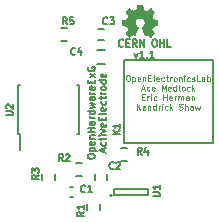
<source format=gto>
G04 #@! TF.FileFunction,Legend,Top*
%FSLAX46Y46*%
G04 Gerber Fmt 4.6, Leading zero omitted, Abs format (unit mm)*
G04 Created by KiCad (PCBNEW 4.0.1-3.201512221402+6198~38~ubuntu14.04.1-stable) date Sun Jan  3 20:07:52 2016*
%MOMM*%
G01*
G04 APERTURE LIST*
%ADD10C,0.150000*%
%ADD11C,0.100000*%
%ADD12C,0.127000*%
%ADD13C,0.002540*%
G04 APERTURE END LIST*
D10*
D11*
X102559525Y-47926190D02*
X102654763Y-47926190D01*
X102702382Y-47950000D01*
X102750001Y-47997619D01*
X102773810Y-48092857D01*
X102773810Y-48259524D01*
X102750001Y-48354762D01*
X102702382Y-48402381D01*
X102654763Y-48426190D01*
X102559525Y-48426190D01*
X102511906Y-48402381D01*
X102464287Y-48354762D01*
X102440477Y-48259524D01*
X102440477Y-48092857D01*
X102464287Y-47997619D01*
X102511906Y-47950000D01*
X102559525Y-47926190D01*
X102988097Y-48092857D02*
X102988097Y-48592857D01*
X102988097Y-48116667D02*
X103035716Y-48092857D01*
X103130954Y-48092857D01*
X103178573Y-48116667D01*
X103202382Y-48140476D01*
X103226192Y-48188095D01*
X103226192Y-48330952D01*
X103202382Y-48378571D01*
X103178573Y-48402381D01*
X103130954Y-48426190D01*
X103035716Y-48426190D01*
X102988097Y-48402381D01*
X103630954Y-48402381D02*
X103583335Y-48426190D01*
X103488097Y-48426190D01*
X103440478Y-48402381D01*
X103416668Y-48354762D01*
X103416668Y-48164286D01*
X103440478Y-48116667D01*
X103488097Y-48092857D01*
X103583335Y-48092857D01*
X103630954Y-48116667D01*
X103654763Y-48164286D01*
X103654763Y-48211905D01*
X103416668Y-48259524D01*
X103869049Y-48092857D02*
X103869049Y-48426190D01*
X103869049Y-48140476D02*
X103892858Y-48116667D01*
X103940477Y-48092857D01*
X104011906Y-48092857D01*
X104059525Y-48116667D01*
X104083334Y-48164286D01*
X104083334Y-48426190D01*
X104321430Y-48164286D02*
X104488096Y-48164286D01*
X104559525Y-48426190D02*
X104321430Y-48426190D01*
X104321430Y-47926190D01*
X104559525Y-47926190D01*
X104845239Y-48426190D02*
X104797620Y-48402381D01*
X104773811Y-48354762D01*
X104773811Y-47926190D01*
X105226192Y-48402381D02*
X105178573Y-48426190D01*
X105083335Y-48426190D01*
X105035716Y-48402381D01*
X105011906Y-48354762D01*
X105011906Y-48164286D01*
X105035716Y-48116667D01*
X105083335Y-48092857D01*
X105178573Y-48092857D01*
X105226192Y-48116667D01*
X105250001Y-48164286D01*
X105250001Y-48211905D01*
X105011906Y-48259524D01*
X105678572Y-48402381D02*
X105630953Y-48426190D01*
X105535715Y-48426190D01*
X105488096Y-48402381D01*
X105464287Y-48378571D01*
X105440477Y-48330952D01*
X105440477Y-48188095D01*
X105464287Y-48140476D01*
X105488096Y-48116667D01*
X105535715Y-48092857D01*
X105630953Y-48092857D01*
X105678572Y-48116667D01*
X105821429Y-48092857D02*
X106011905Y-48092857D01*
X105892858Y-47926190D02*
X105892858Y-48354762D01*
X105916667Y-48402381D01*
X105964286Y-48426190D01*
X106011905Y-48426190D01*
X106178572Y-48426190D02*
X106178572Y-48092857D01*
X106178572Y-48188095D02*
X106202381Y-48140476D01*
X106226191Y-48116667D01*
X106273810Y-48092857D01*
X106321429Y-48092857D01*
X106559524Y-48426190D02*
X106511905Y-48402381D01*
X106488096Y-48378571D01*
X106464286Y-48330952D01*
X106464286Y-48188095D01*
X106488096Y-48140476D01*
X106511905Y-48116667D01*
X106559524Y-48092857D01*
X106630953Y-48092857D01*
X106678572Y-48116667D01*
X106702381Y-48140476D01*
X106726191Y-48188095D01*
X106726191Y-48330952D01*
X106702381Y-48378571D01*
X106678572Y-48402381D01*
X106630953Y-48426190D01*
X106559524Y-48426190D01*
X106940477Y-48092857D02*
X106940477Y-48426190D01*
X106940477Y-48140476D02*
X106964286Y-48116667D01*
X107011905Y-48092857D01*
X107083334Y-48092857D01*
X107130953Y-48116667D01*
X107154762Y-48164286D01*
X107154762Y-48426190D01*
X107392858Y-48426190D02*
X107392858Y-48092857D01*
X107392858Y-47926190D02*
X107369048Y-47950000D01*
X107392858Y-47973810D01*
X107416667Y-47950000D01*
X107392858Y-47926190D01*
X107392858Y-47973810D01*
X107845238Y-48402381D02*
X107797619Y-48426190D01*
X107702381Y-48426190D01*
X107654762Y-48402381D01*
X107630953Y-48378571D01*
X107607143Y-48330952D01*
X107607143Y-48188095D01*
X107630953Y-48140476D01*
X107654762Y-48116667D01*
X107702381Y-48092857D01*
X107797619Y-48092857D01*
X107845238Y-48116667D01*
X108035714Y-48402381D02*
X108083333Y-48426190D01*
X108178571Y-48426190D01*
X108226190Y-48402381D01*
X108250000Y-48354762D01*
X108250000Y-48330952D01*
X108226190Y-48283333D01*
X108178571Y-48259524D01*
X108107143Y-48259524D01*
X108059524Y-48235714D01*
X108035714Y-48188095D01*
X108035714Y-48164286D01*
X108059524Y-48116667D01*
X108107143Y-48092857D01*
X108178571Y-48092857D01*
X108226190Y-48116667D01*
X108702381Y-48426190D02*
X108464286Y-48426190D01*
X108464286Y-47926190D01*
X109083333Y-48426190D02*
X109083333Y-48164286D01*
X109059524Y-48116667D01*
X109011905Y-48092857D01*
X108916667Y-48092857D01*
X108869048Y-48116667D01*
X109083333Y-48402381D02*
X109035714Y-48426190D01*
X108916667Y-48426190D01*
X108869048Y-48402381D01*
X108845238Y-48354762D01*
X108845238Y-48307143D01*
X108869048Y-48259524D01*
X108916667Y-48235714D01*
X109035714Y-48235714D01*
X109083333Y-48211905D01*
X109321429Y-48426190D02*
X109321429Y-47926190D01*
X109321429Y-48116667D02*
X109369048Y-48092857D01*
X109464286Y-48092857D01*
X109511905Y-48116667D01*
X109535714Y-48140476D01*
X109559524Y-48188095D01*
X109559524Y-48330952D01*
X109535714Y-48378571D01*
X109511905Y-48402381D01*
X109464286Y-48426190D01*
X109369048Y-48426190D01*
X109321429Y-48402381D01*
X103761906Y-49083333D02*
X104000001Y-49083333D01*
X103714287Y-49226190D02*
X103880954Y-48726190D01*
X104047620Y-49226190D01*
X104428572Y-49202381D02*
X104380953Y-49226190D01*
X104285715Y-49226190D01*
X104238096Y-49202381D01*
X104214287Y-49178571D01*
X104190477Y-49130952D01*
X104190477Y-48988095D01*
X104214287Y-48940476D01*
X104238096Y-48916667D01*
X104285715Y-48892857D01*
X104380953Y-48892857D01*
X104428572Y-48916667D01*
X104833334Y-49202381D02*
X104785715Y-49226190D01*
X104690477Y-49226190D01*
X104642858Y-49202381D01*
X104619048Y-49154762D01*
X104619048Y-48964286D01*
X104642858Y-48916667D01*
X104690477Y-48892857D01*
X104785715Y-48892857D01*
X104833334Y-48916667D01*
X104857143Y-48964286D01*
X104857143Y-49011905D01*
X104619048Y-49059524D01*
X105452381Y-49226190D02*
X105452381Y-48726190D01*
X105619047Y-49083333D01*
X105785714Y-48726190D01*
X105785714Y-49226190D01*
X106214286Y-49202381D02*
X106166667Y-49226190D01*
X106071429Y-49226190D01*
X106023810Y-49202381D01*
X106000000Y-49154762D01*
X106000000Y-48964286D01*
X106023810Y-48916667D01*
X106071429Y-48892857D01*
X106166667Y-48892857D01*
X106214286Y-48916667D01*
X106238095Y-48964286D01*
X106238095Y-49011905D01*
X106000000Y-49059524D01*
X106666666Y-49226190D02*
X106666666Y-48726190D01*
X106666666Y-49202381D02*
X106619047Y-49226190D01*
X106523809Y-49226190D01*
X106476190Y-49202381D01*
X106452381Y-49178571D01*
X106428571Y-49130952D01*
X106428571Y-48988095D01*
X106452381Y-48940476D01*
X106476190Y-48916667D01*
X106523809Y-48892857D01*
X106619047Y-48892857D01*
X106666666Y-48916667D01*
X106976190Y-49226190D02*
X106928571Y-49202381D01*
X106904762Y-49154762D01*
X106904762Y-48726190D01*
X107238095Y-49226190D02*
X107190476Y-49202381D01*
X107166667Y-49178571D01*
X107142857Y-49130952D01*
X107142857Y-48988095D01*
X107166667Y-48940476D01*
X107190476Y-48916667D01*
X107238095Y-48892857D01*
X107309524Y-48892857D01*
X107357143Y-48916667D01*
X107380952Y-48940476D01*
X107404762Y-48988095D01*
X107404762Y-49130952D01*
X107380952Y-49178571D01*
X107357143Y-49202381D01*
X107309524Y-49226190D01*
X107238095Y-49226190D01*
X107833333Y-49202381D02*
X107785714Y-49226190D01*
X107690476Y-49226190D01*
X107642857Y-49202381D01*
X107619048Y-49178571D01*
X107595238Y-49130952D01*
X107595238Y-48988095D01*
X107619048Y-48940476D01*
X107642857Y-48916667D01*
X107690476Y-48892857D01*
X107785714Y-48892857D01*
X107833333Y-48916667D01*
X108047619Y-49226190D02*
X108047619Y-48726190D01*
X108095238Y-49035714D02*
X108238095Y-49226190D01*
X108238095Y-48892857D02*
X108047619Y-49083333D01*
X103797620Y-49764286D02*
X103964286Y-49764286D01*
X104035715Y-50026190D02*
X103797620Y-50026190D01*
X103797620Y-49526190D01*
X104035715Y-49526190D01*
X104250001Y-50026190D02*
X104250001Y-49692857D01*
X104250001Y-49788095D02*
X104273810Y-49740476D01*
X104297620Y-49716667D01*
X104345239Y-49692857D01*
X104392858Y-49692857D01*
X104559525Y-50026190D02*
X104559525Y-49692857D01*
X104559525Y-49526190D02*
X104535715Y-49550000D01*
X104559525Y-49573810D01*
X104583334Y-49550000D01*
X104559525Y-49526190D01*
X104559525Y-49573810D01*
X105011905Y-50002381D02*
X104964286Y-50026190D01*
X104869048Y-50026190D01*
X104821429Y-50002381D01*
X104797620Y-49978571D01*
X104773810Y-49930952D01*
X104773810Y-49788095D01*
X104797620Y-49740476D01*
X104821429Y-49716667D01*
X104869048Y-49692857D01*
X104964286Y-49692857D01*
X105011905Y-49716667D01*
X105607143Y-50026190D02*
X105607143Y-49526190D01*
X105607143Y-49764286D02*
X105892857Y-49764286D01*
X105892857Y-50026190D02*
X105892857Y-49526190D01*
X106321429Y-50002381D02*
X106273810Y-50026190D01*
X106178572Y-50026190D01*
X106130953Y-50002381D01*
X106107143Y-49954762D01*
X106107143Y-49764286D01*
X106130953Y-49716667D01*
X106178572Y-49692857D01*
X106273810Y-49692857D01*
X106321429Y-49716667D01*
X106345238Y-49764286D01*
X106345238Y-49811905D01*
X106107143Y-49859524D01*
X106559524Y-50026190D02*
X106559524Y-49692857D01*
X106559524Y-49788095D02*
X106583333Y-49740476D01*
X106607143Y-49716667D01*
X106654762Y-49692857D01*
X106702381Y-49692857D01*
X106869048Y-50026190D02*
X106869048Y-49692857D01*
X106869048Y-49740476D02*
X106892857Y-49716667D01*
X106940476Y-49692857D01*
X107011905Y-49692857D01*
X107059524Y-49716667D01*
X107083333Y-49764286D01*
X107083333Y-50026190D01*
X107083333Y-49764286D02*
X107107143Y-49716667D01*
X107154762Y-49692857D01*
X107226190Y-49692857D01*
X107273810Y-49716667D01*
X107297619Y-49764286D01*
X107297619Y-50026190D01*
X107750000Y-50026190D02*
X107750000Y-49764286D01*
X107726191Y-49716667D01*
X107678572Y-49692857D01*
X107583334Y-49692857D01*
X107535715Y-49716667D01*
X107750000Y-50002381D02*
X107702381Y-50026190D01*
X107583334Y-50026190D01*
X107535715Y-50002381D01*
X107511905Y-49954762D01*
X107511905Y-49907143D01*
X107535715Y-49859524D01*
X107583334Y-49835714D01*
X107702381Y-49835714D01*
X107750000Y-49811905D01*
X107988096Y-49692857D02*
X107988096Y-50026190D01*
X107988096Y-49740476D02*
X108011905Y-49716667D01*
X108059524Y-49692857D01*
X108130953Y-49692857D01*
X108178572Y-49716667D01*
X108202381Y-49764286D01*
X108202381Y-50026190D01*
X103369049Y-50826190D02*
X103369049Y-50326190D01*
X103654763Y-50826190D02*
X103440477Y-50540476D01*
X103654763Y-50326190D02*
X103369049Y-50611905D01*
X104059525Y-50802381D02*
X104011906Y-50826190D01*
X103916668Y-50826190D01*
X103869049Y-50802381D01*
X103845239Y-50754762D01*
X103845239Y-50564286D01*
X103869049Y-50516667D01*
X103916668Y-50492857D01*
X104011906Y-50492857D01*
X104059525Y-50516667D01*
X104083334Y-50564286D01*
X104083334Y-50611905D01*
X103845239Y-50659524D01*
X104297620Y-50492857D02*
X104297620Y-50826190D01*
X104297620Y-50540476D02*
X104321429Y-50516667D01*
X104369048Y-50492857D01*
X104440477Y-50492857D01*
X104488096Y-50516667D01*
X104511905Y-50564286D01*
X104511905Y-50826190D01*
X104964286Y-50826190D02*
X104964286Y-50326190D01*
X104964286Y-50802381D02*
X104916667Y-50826190D01*
X104821429Y-50826190D01*
X104773810Y-50802381D01*
X104750001Y-50778571D01*
X104726191Y-50730952D01*
X104726191Y-50588095D01*
X104750001Y-50540476D01*
X104773810Y-50516667D01*
X104821429Y-50492857D01*
X104916667Y-50492857D01*
X104964286Y-50516667D01*
X105202382Y-50826190D02*
X105202382Y-50492857D01*
X105202382Y-50588095D02*
X105226191Y-50540476D01*
X105250001Y-50516667D01*
X105297620Y-50492857D01*
X105345239Y-50492857D01*
X105511906Y-50826190D02*
X105511906Y-50492857D01*
X105511906Y-50326190D02*
X105488096Y-50350000D01*
X105511906Y-50373810D01*
X105535715Y-50350000D01*
X105511906Y-50326190D01*
X105511906Y-50373810D01*
X105964286Y-50802381D02*
X105916667Y-50826190D01*
X105821429Y-50826190D01*
X105773810Y-50802381D01*
X105750001Y-50778571D01*
X105726191Y-50730952D01*
X105726191Y-50588095D01*
X105750001Y-50540476D01*
X105773810Y-50516667D01*
X105821429Y-50492857D01*
X105916667Y-50492857D01*
X105964286Y-50516667D01*
X106178572Y-50826190D02*
X106178572Y-50326190D01*
X106226191Y-50635714D02*
X106369048Y-50826190D01*
X106369048Y-50492857D02*
X106178572Y-50683333D01*
X106940476Y-50802381D02*
X107011905Y-50826190D01*
X107130952Y-50826190D01*
X107178571Y-50802381D01*
X107202381Y-50778571D01*
X107226190Y-50730952D01*
X107226190Y-50683333D01*
X107202381Y-50635714D01*
X107178571Y-50611905D01*
X107130952Y-50588095D01*
X107035714Y-50564286D01*
X106988095Y-50540476D01*
X106964286Y-50516667D01*
X106940476Y-50469048D01*
X106940476Y-50421429D01*
X106964286Y-50373810D01*
X106988095Y-50350000D01*
X107035714Y-50326190D01*
X107154762Y-50326190D01*
X107226190Y-50350000D01*
X107440476Y-50826190D02*
X107440476Y-50326190D01*
X107654761Y-50826190D02*
X107654761Y-50564286D01*
X107630952Y-50516667D01*
X107583333Y-50492857D01*
X107511904Y-50492857D01*
X107464285Y-50516667D01*
X107440476Y-50540476D01*
X108107142Y-50826190D02*
X108107142Y-50564286D01*
X108083333Y-50516667D01*
X108035714Y-50492857D01*
X107940476Y-50492857D01*
X107892857Y-50516667D01*
X108107142Y-50802381D02*
X108059523Y-50826190D01*
X107940476Y-50826190D01*
X107892857Y-50802381D01*
X107869047Y-50754762D01*
X107869047Y-50707143D01*
X107892857Y-50659524D01*
X107940476Y-50635714D01*
X108059523Y-50635714D01*
X108107142Y-50611905D01*
X108297619Y-50492857D02*
X108392857Y-50826190D01*
X108488095Y-50588095D01*
X108583333Y-50826190D01*
X108678571Y-50492857D01*
D12*
X99187929Y-54842856D02*
X99187929Y-54728570D01*
X99216500Y-54671428D01*
X99273643Y-54614285D01*
X99387929Y-54585713D01*
X99587929Y-54585713D01*
X99702214Y-54614285D01*
X99759357Y-54671428D01*
X99787929Y-54728570D01*
X99787929Y-54842856D01*
X99759357Y-54899999D01*
X99702214Y-54957142D01*
X99587929Y-54985713D01*
X99387929Y-54985713D01*
X99273643Y-54957142D01*
X99216500Y-54899999D01*
X99187929Y-54842856D01*
X99387929Y-54328571D02*
X99987929Y-54328571D01*
X99416500Y-54328571D02*
X99387929Y-54271428D01*
X99387929Y-54157142D01*
X99416500Y-54099999D01*
X99445071Y-54071428D01*
X99502214Y-54042857D01*
X99673643Y-54042857D01*
X99730786Y-54071428D01*
X99759357Y-54099999D01*
X99787929Y-54157142D01*
X99787929Y-54271428D01*
X99759357Y-54328571D01*
X99759357Y-53557142D02*
X99787929Y-53614285D01*
X99787929Y-53728571D01*
X99759357Y-53785714D01*
X99702214Y-53814285D01*
X99473643Y-53814285D01*
X99416500Y-53785714D01*
X99387929Y-53728571D01*
X99387929Y-53614285D01*
X99416500Y-53557142D01*
X99473643Y-53528571D01*
X99530786Y-53528571D01*
X99587929Y-53814285D01*
X99387929Y-53271428D02*
X99787929Y-53271428D01*
X99445071Y-53271428D02*
X99416500Y-53242856D01*
X99387929Y-53185714D01*
X99387929Y-53099999D01*
X99416500Y-53042856D01*
X99473643Y-53014285D01*
X99787929Y-53014285D01*
X99787929Y-52728571D02*
X99187929Y-52728571D01*
X99473643Y-52728571D02*
X99473643Y-52385714D01*
X99787929Y-52385714D02*
X99187929Y-52385714D01*
X99787929Y-51842857D02*
X99473643Y-51842857D01*
X99416500Y-51871428D01*
X99387929Y-51928571D01*
X99387929Y-52042857D01*
X99416500Y-52100000D01*
X99759357Y-51842857D02*
X99787929Y-51900000D01*
X99787929Y-52042857D01*
X99759357Y-52100000D01*
X99702214Y-52128571D01*
X99645071Y-52128571D01*
X99587929Y-52100000D01*
X99559357Y-52042857D01*
X99559357Y-51900000D01*
X99530786Y-51842857D01*
X99787929Y-51557143D02*
X99387929Y-51557143D01*
X99502214Y-51557143D02*
X99445071Y-51528571D01*
X99416500Y-51500000D01*
X99387929Y-51442857D01*
X99387929Y-51385714D01*
X99787929Y-50928571D02*
X99187929Y-50928571D01*
X99759357Y-50928571D02*
X99787929Y-50985714D01*
X99787929Y-51100000D01*
X99759357Y-51157142D01*
X99730786Y-51185714D01*
X99673643Y-51214285D01*
X99502214Y-51214285D01*
X99445071Y-51185714D01*
X99416500Y-51157142D01*
X99387929Y-51100000D01*
X99387929Y-50985714D01*
X99416500Y-50928571D01*
X99387929Y-50700000D02*
X99787929Y-50585714D01*
X99502214Y-50471428D01*
X99787929Y-50357143D01*
X99387929Y-50242857D01*
X99787929Y-49757143D02*
X99473643Y-49757143D01*
X99416500Y-49785714D01*
X99387929Y-49842857D01*
X99387929Y-49957143D01*
X99416500Y-50014286D01*
X99759357Y-49757143D02*
X99787929Y-49814286D01*
X99787929Y-49957143D01*
X99759357Y-50014286D01*
X99702214Y-50042857D01*
X99645071Y-50042857D01*
X99587929Y-50014286D01*
X99559357Y-49957143D01*
X99559357Y-49814286D01*
X99530786Y-49757143D01*
X99787929Y-49471429D02*
X99387929Y-49471429D01*
X99502214Y-49471429D02*
X99445071Y-49442857D01*
X99416500Y-49414286D01*
X99387929Y-49357143D01*
X99387929Y-49300000D01*
X99759357Y-48871428D02*
X99787929Y-48928571D01*
X99787929Y-49042857D01*
X99759357Y-49100000D01*
X99702214Y-49128571D01*
X99473643Y-49128571D01*
X99416500Y-49100000D01*
X99387929Y-49042857D01*
X99387929Y-48928571D01*
X99416500Y-48871428D01*
X99473643Y-48842857D01*
X99530786Y-48842857D01*
X99587929Y-49128571D01*
X99473643Y-48585714D02*
X99473643Y-48385714D01*
X99787929Y-48300000D02*
X99787929Y-48585714D01*
X99187929Y-48585714D01*
X99187929Y-48300000D01*
X99787929Y-48100000D02*
X99387929Y-47785714D01*
X99387929Y-48100000D02*
X99787929Y-47785714D01*
X99216500Y-47242857D02*
X99187929Y-47300000D01*
X99187929Y-47385714D01*
X99216500Y-47471429D01*
X99273643Y-47528571D01*
X99330786Y-47557143D01*
X99445071Y-47585714D01*
X99530786Y-47585714D01*
X99645071Y-47557143D01*
X99702214Y-47528571D01*
X99759357Y-47471429D01*
X99787929Y-47385714D01*
X99787929Y-47328571D01*
X99759357Y-47242857D01*
X99730786Y-47214286D01*
X99530786Y-47214286D01*
X99530786Y-47328571D01*
X100583500Y-54400000D02*
X100583500Y-54114286D01*
X100754929Y-54457143D02*
X100154929Y-54257143D01*
X100754929Y-54057143D01*
X100726357Y-53600000D02*
X100754929Y-53657143D01*
X100754929Y-53771429D01*
X100726357Y-53828571D01*
X100697786Y-53857143D01*
X100640643Y-53885714D01*
X100469214Y-53885714D01*
X100412071Y-53857143D01*
X100383500Y-53828571D01*
X100354929Y-53771429D01*
X100354929Y-53657143D01*
X100383500Y-53600000D01*
X100354929Y-53428571D02*
X100354929Y-53200000D01*
X100154929Y-53342857D02*
X100669214Y-53342857D01*
X100726357Y-53314285D01*
X100754929Y-53257143D01*
X100754929Y-53200000D01*
X100754929Y-53000000D02*
X100354929Y-53000000D01*
X100154929Y-53000000D02*
X100183500Y-53028571D01*
X100212071Y-53000000D01*
X100183500Y-52971428D01*
X100154929Y-53000000D01*
X100212071Y-53000000D01*
X100354929Y-52771429D02*
X100754929Y-52628572D01*
X100354929Y-52485714D01*
X100726357Y-52028571D02*
X100754929Y-52085714D01*
X100754929Y-52200000D01*
X100726357Y-52257143D01*
X100669214Y-52285714D01*
X100440643Y-52285714D01*
X100383500Y-52257143D01*
X100354929Y-52200000D01*
X100354929Y-52085714D01*
X100383500Y-52028571D01*
X100440643Y-52000000D01*
X100497786Y-52000000D01*
X100554929Y-52285714D01*
X100440643Y-51742857D02*
X100440643Y-51542857D01*
X100754929Y-51457143D02*
X100754929Y-51742857D01*
X100154929Y-51742857D01*
X100154929Y-51457143D01*
X100754929Y-51114286D02*
X100726357Y-51171428D01*
X100669214Y-51200000D01*
X100154929Y-51200000D01*
X100726357Y-50657142D02*
X100754929Y-50714285D01*
X100754929Y-50828571D01*
X100726357Y-50885714D01*
X100669214Y-50914285D01*
X100440643Y-50914285D01*
X100383500Y-50885714D01*
X100354929Y-50828571D01*
X100354929Y-50714285D01*
X100383500Y-50657142D01*
X100440643Y-50628571D01*
X100497786Y-50628571D01*
X100554929Y-50914285D01*
X100726357Y-50114285D02*
X100754929Y-50171428D01*
X100754929Y-50285714D01*
X100726357Y-50342856D01*
X100697786Y-50371428D01*
X100640643Y-50399999D01*
X100469214Y-50399999D01*
X100412071Y-50371428D01*
X100383500Y-50342856D01*
X100354929Y-50285714D01*
X100354929Y-50171428D01*
X100383500Y-50114285D01*
X100354929Y-49942856D02*
X100354929Y-49714285D01*
X100154929Y-49857142D02*
X100669214Y-49857142D01*
X100726357Y-49828570D01*
X100754929Y-49771428D01*
X100754929Y-49714285D01*
X100754929Y-49514285D02*
X100354929Y-49514285D01*
X100469214Y-49514285D02*
X100412071Y-49485713D01*
X100383500Y-49457142D01*
X100354929Y-49399999D01*
X100354929Y-49342856D01*
X100754929Y-49057142D02*
X100726357Y-49114284D01*
X100697786Y-49142856D01*
X100640643Y-49171427D01*
X100469214Y-49171427D01*
X100412071Y-49142856D01*
X100383500Y-49114284D01*
X100354929Y-49057142D01*
X100354929Y-48971427D01*
X100383500Y-48914284D01*
X100412071Y-48885713D01*
X100469214Y-48857142D01*
X100640643Y-48857142D01*
X100697786Y-48885713D01*
X100726357Y-48914284D01*
X100754929Y-48971427D01*
X100754929Y-49057142D01*
X100754929Y-48342856D02*
X100154929Y-48342856D01*
X100726357Y-48342856D02*
X100754929Y-48399999D01*
X100754929Y-48514285D01*
X100726357Y-48571427D01*
X100697786Y-48599999D01*
X100640643Y-48628570D01*
X100469214Y-48628570D01*
X100412071Y-48599999D01*
X100383500Y-48571427D01*
X100354929Y-48514285D01*
X100354929Y-48399999D01*
X100383500Y-48342856D01*
X100726357Y-47828570D02*
X100754929Y-47885713D01*
X100754929Y-47999999D01*
X100726357Y-48057142D01*
X100669214Y-48085713D01*
X100440643Y-48085713D01*
X100383500Y-48057142D01*
X100354929Y-47999999D01*
X100354929Y-47885713D01*
X100383500Y-47828570D01*
X100440643Y-47799999D01*
X100497786Y-47799999D01*
X100554929Y-48085713D01*
X102200001Y-45430786D02*
X102171430Y-45459357D01*
X102085716Y-45487929D01*
X102028573Y-45487929D01*
X101942858Y-45459357D01*
X101885716Y-45402214D01*
X101857144Y-45345071D01*
X101828573Y-45230786D01*
X101828573Y-45145071D01*
X101857144Y-45030786D01*
X101885716Y-44973643D01*
X101942858Y-44916500D01*
X102028573Y-44887929D01*
X102085716Y-44887929D01*
X102171430Y-44916500D01*
X102200001Y-44945071D01*
X102457144Y-45173643D02*
X102657144Y-45173643D01*
X102742858Y-45487929D02*
X102457144Y-45487929D01*
X102457144Y-44887929D01*
X102742858Y-44887929D01*
X103342858Y-45487929D02*
X103142858Y-45202214D01*
X103000001Y-45487929D02*
X103000001Y-44887929D01*
X103228573Y-44887929D01*
X103285715Y-44916500D01*
X103314287Y-44945071D01*
X103342858Y-45002214D01*
X103342858Y-45087929D01*
X103314287Y-45145071D01*
X103285715Y-45173643D01*
X103228573Y-45202214D01*
X103000001Y-45202214D01*
X103600001Y-45487929D02*
X103600001Y-44887929D01*
X103942858Y-45487929D01*
X103942858Y-44887929D01*
X104800001Y-44887929D02*
X104914287Y-44887929D01*
X104971429Y-44916500D01*
X105028572Y-44973643D01*
X105057144Y-45087929D01*
X105057144Y-45287929D01*
X105028572Y-45402214D01*
X104971429Y-45459357D01*
X104914287Y-45487929D01*
X104800001Y-45487929D01*
X104742858Y-45459357D01*
X104685715Y-45402214D01*
X104657144Y-45287929D01*
X104657144Y-45087929D01*
X104685715Y-44973643D01*
X104742858Y-44916500D01*
X104800001Y-44887929D01*
X105314286Y-45487929D02*
X105314286Y-44887929D01*
X105314286Y-45173643D02*
X105657143Y-45173643D01*
X105657143Y-45487929D02*
X105657143Y-44887929D01*
X106228571Y-45487929D02*
X105942857Y-45487929D01*
X105942857Y-44887929D01*
X103142857Y-46054929D02*
X103285714Y-46454929D01*
X103428572Y-46054929D01*
X103971429Y-46454929D02*
X103628572Y-46454929D01*
X103800000Y-46454929D02*
X103800000Y-45854929D01*
X103742857Y-45940643D01*
X103685715Y-45997786D01*
X103628572Y-46026357D01*
X104228572Y-46397786D02*
X104257144Y-46426357D01*
X104228572Y-46454929D01*
X104200001Y-46426357D01*
X104228572Y-46397786D01*
X104228572Y-46454929D01*
X104828572Y-46454929D02*
X104485715Y-46454929D01*
X104657143Y-46454929D02*
X104657143Y-45854929D01*
X104600000Y-45940643D01*
X104542858Y-45997786D01*
X104485715Y-46026357D01*
D13*
G36*
X102690680Y-44646200D02*
X102708460Y-44638580D01*
X102741480Y-44615720D01*
X102792280Y-44582700D01*
X102850700Y-44544600D01*
X102911660Y-44503960D01*
X102959920Y-44470940D01*
X102995480Y-44448080D01*
X103008180Y-44440460D01*
X103015800Y-44443000D01*
X103043740Y-44458240D01*
X103084380Y-44478560D01*
X103109780Y-44491260D01*
X103147880Y-44506500D01*
X103165660Y-44511580D01*
X103168200Y-44506500D01*
X103183440Y-44476020D01*
X103203760Y-44427760D01*
X103231700Y-44361720D01*
X103264720Y-44285520D01*
X103300280Y-44204240D01*
X103333300Y-44120420D01*
X103366320Y-44041680D01*
X103396800Y-43968020D01*
X103419660Y-43909600D01*
X103434900Y-43868960D01*
X103442520Y-43851180D01*
X103439980Y-43848640D01*
X103422200Y-43830860D01*
X103389180Y-43805460D01*
X103318060Y-43747040D01*
X103246940Y-43660680D01*
X103203760Y-43561620D01*
X103191060Y-43449860D01*
X103201220Y-43348260D01*
X103241860Y-43251740D01*
X103310440Y-43162840D01*
X103394260Y-43096800D01*
X103490780Y-43056160D01*
X103600000Y-43043460D01*
X103704140Y-43053620D01*
X103803200Y-43094260D01*
X103892100Y-43160300D01*
X103930200Y-43203480D01*
X103981000Y-43294920D01*
X104011480Y-43388900D01*
X104014020Y-43411760D01*
X104008940Y-43518440D01*
X103978460Y-43620040D01*
X103922580Y-43708940D01*
X103846380Y-43782600D01*
X103836220Y-43790220D01*
X103800660Y-43818160D01*
X103775260Y-43835940D01*
X103757480Y-43851180D01*
X103892100Y-44173760D01*
X103912420Y-44224560D01*
X103950520Y-44313460D01*
X103981000Y-44389660D01*
X104008940Y-44450620D01*
X104026720Y-44491260D01*
X104034340Y-44506500D01*
X104034340Y-44506500D01*
X104047040Y-44509040D01*
X104069900Y-44501420D01*
X104115620Y-44478560D01*
X104146100Y-44463320D01*
X104179120Y-44448080D01*
X104194360Y-44440460D01*
X104209600Y-44448080D01*
X104242620Y-44468400D01*
X104288340Y-44501420D01*
X104346760Y-44539520D01*
X104402640Y-44577620D01*
X104453440Y-44610640D01*
X104489000Y-44636040D01*
X104506780Y-44643660D01*
X104509320Y-44643660D01*
X104527100Y-44636040D01*
X104555040Y-44610640D01*
X104598220Y-44570000D01*
X104661720Y-44509040D01*
X104671880Y-44498880D01*
X104722680Y-44448080D01*
X104763320Y-44402360D01*
X104791260Y-44371880D01*
X104801420Y-44359180D01*
X104801420Y-44359180D01*
X104791260Y-44341400D01*
X104768400Y-44303300D01*
X104735380Y-44252500D01*
X104694740Y-44191540D01*
X104588060Y-44036600D01*
X104646480Y-43891820D01*
X104664260Y-43846100D01*
X104687120Y-43790220D01*
X104704900Y-43752120D01*
X104712520Y-43734340D01*
X104730300Y-43729260D01*
X104768400Y-43719100D01*
X104826820Y-43708940D01*
X104897940Y-43696240D01*
X104963980Y-43683540D01*
X105022400Y-43670840D01*
X105065580Y-43663220D01*
X105085900Y-43660680D01*
X105090980Y-43655600D01*
X105093520Y-43647980D01*
X105096060Y-43627660D01*
X105098600Y-43589560D01*
X105098600Y-43533680D01*
X105098600Y-43449860D01*
X105098600Y-43442240D01*
X105098600Y-43363500D01*
X105096060Y-43300000D01*
X105093520Y-43261900D01*
X105090980Y-43244120D01*
X105090980Y-43244120D01*
X105073200Y-43239040D01*
X105030020Y-43231420D01*
X104971600Y-43218720D01*
X104900480Y-43206020D01*
X104895400Y-43206020D01*
X104824280Y-43190780D01*
X104765860Y-43178080D01*
X104722680Y-43170460D01*
X104704900Y-43162840D01*
X104702360Y-43157760D01*
X104687120Y-43129820D01*
X104666800Y-43086640D01*
X104643940Y-43033300D01*
X104621080Y-42977420D01*
X104600760Y-42926620D01*
X104588060Y-42891060D01*
X104582980Y-42873280D01*
X104582980Y-42873280D01*
X104593140Y-42855500D01*
X104618540Y-42819940D01*
X104654100Y-42769140D01*
X104694740Y-42708180D01*
X104697280Y-42703100D01*
X104737920Y-42642140D01*
X104770940Y-42591340D01*
X104793800Y-42555780D01*
X104801420Y-42540540D01*
X104801420Y-42538000D01*
X104788720Y-42520220D01*
X104758240Y-42487200D01*
X104712520Y-42441480D01*
X104661720Y-42388140D01*
X104643940Y-42372900D01*
X104585520Y-42314480D01*
X104544880Y-42278920D01*
X104519480Y-42258600D01*
X104509320Y-42253520D01*
X104506780Y-42253520D01*
X104489000Y-42263680D01*
X104450900Y-42289080D01*
X104400100Y-42324640D01*
X104339140Y-42365280D01*
X104336600Y-42367820D01*
X104275640Y-42408460D01*
X104224840Y-42444020D01*
X104189280Y-42466880D01*
X104174040Y-42474500D01*
X104171500Y-42474500D01*
X104148640Y-42469420D01*
X104105460Y-42454180D01*
X104052120Y-42433860D01*
X103996240Y-42411000D01*
X103945440Y-42390680D01*
X103909880Y-42372900D01*
X103892100Y-42362740D01*
X103889560Y-42362740D01*
X103884480Y-42339880D01*
X103874320Y-42294160D01*
X103861620Y-42233200D01*
X103846380Y-42159540D01*
X103843840Y-42149380D01*
X103831140Y-42075720D01*
X103820980Y-42017300D01*
X103810820Y-41976660D01*
X103808280Y-41958880D01*
X103798120Y-41958880D01*
X103762560Y-41956340D01*
X103709220Y-41953800D01*
X103643180Y-41953800D01*
X103577140Y-41953800D01*
X103511100Y-41953800D01*
X103455220Y-41956340D01*
X103414580Y-41958880D01*
X103396800Y-41963960D01*
X103396800Y-41963960D01*
X103391720Y-41986820D01*
X103381560Y-42030000D01*
X103368860Y-42093500D01*
X103353620Y-42167160D01*
X103351080Y-42179860D01*
X103338380Y-42250980D01*
X103325680Y-42309400D01*
X103318060Y-42350040D01*
X103312980Y-42365280D01*
X103307900Y-42367820D01*
X103277420Y-42383060D01*
X103229160Y-42400840D01*
X103170740Y-42426240D01*
X103033580Y-42482120D01*
X102865940Y-42365280D01*
X102850700Y-42355120D01*
X102789740Y-42314480D01*
X102738940Y-42281460D01*
X102703380Y-42258600D01*
X102690680Y-42250980D01*
X102688140Y-42250980D01*
X102672900Y-42266220D01*
X102639880Y-42296700D01*
X102594160Y-42342420D01*
X102540820Y-42393220D01*
X102500180Y-42433860D01*
X102454460Y-42479580D01*
X102426520Y-42512600D01*
X102408740Y-42532920D01*
X102403660Y-42545620D01*
X102406200Y-42553240D01*
X102416360Y-42571020D01*
X102441760Y-42606580D01*
X102474780Y-42659920D01*
X102515420Y-42718340D01*
X102550980Y-42769140D01*
X102586540Y-42825020D01*
X102609400Y-42865660D01*
X102619560Y-42883440D01*
X102617020Y-42893600D01*
X102604320Y-42926620D01*
X102584000Y-42974880D01*
X102558600Y-43035840D01*
X102500180Y-43167920D01*
X102413820Y-43185700D01*
X102360480Y-43195860D01*
X102286820Y-43208560D01*
X102215700Y-43223800D01*
X102103940Y-43244120D01*
X102101400Y-43647980D01*
X102119180Y-43655600D01*
X102134420Y-43660680D01*
X102175060Y-43670840D01*
X102233480Y-43681000D01*
X102302060Y-43693700D01*
X102363020Y-43706400D01*
X102421440Y-43716560D01*
X102464620Y-43724180D01*
X102482400Y-43729260D01*
X102487480Y-43734340D01*
X102502720Y-43764820D01*
X102523040Y-43810540D01*
X102545900Y-43863880D01*
X102571300Y-43922300D01*
X102591620Y-43973100D01*
X102606860Y-44013740D01*
X102611940Y-44034060D01*
X102604320Y-44049300D01*
X102581460Y-44084860D01*
X102548440Y-44135660D01*
X102507800Y-44194080D01*
X102467160Y-44252500D01*
X102434140Y-44303300D01*
X102408740Y-44338860D01*
X102401120Y-44356640D01*
X102406200Y-44366800D01*
X102429060Y-44394740D01*
X102472240Y-44440460D01*
X102538280Y-44506500D01*
X102550980Y-44516660D01*
X102601780Y-44567460D01*
X102647500Y-44608100D01*
X102677980Y-44636040D01*
X102690680Y-44646200D01*
X102690680Y-44646200D01*
G37*
X102690680Y-44646200D02*
X102708460Y-44638580D01*
X102741480Y-44615720D01*
X102792280Y-44582700D01*
X102850700Y-44544600D01*
X102911660Y-44503960D01*
X102959920Y-44470940D01*
X102995480Y-44448080D01*
X103008180Y-44440460D01*
X103015800Y-44443000D01*
X103043740Y-44458240D01*
X103084380Y-44478560D01*
X103109780Y-44491260D01*
X103147880Y-44506500D01*
X103165660Y-44511580D01*
X103168200Y-44506500D01*
X103183440Y-44476020D01*
X103203760Y-44427760D01*
X103231700Y-44361720D01*
X103264720Y-44285520D01*
X103300280Y-44204240D01*
X103333300Y-44120420D01*
X103366320Y-44041680D01*
X103396800Y-43968020D01*
X103419660Y-43909600D01*
X103434900Y-43868960D01*
X103442520Y-43851180D01*
X103439980Y-43848640D01*
X103422200Y-43830860D01*
X103389180Y-43805460D01*
X103318060Y-43747040D01*
X103246940Y-43660680D01*
X103203760Y-43561620D01*
X103191060Y-43449860D01*
X103201220Y-43348260D01*
X103241860Y-43251740D01*
X103310440Y-43162840D01*
X103394260Y-43096800D01*
X103490780Y-43056160D01*
X103600000Y-43043460D01*
X103704140Y-43053620D01*
X103803200Y-43094260D01*
X103892100Y-43160300D01*
X103930200Y-43203480D01*
X103981000Y-43294920D01*
X104011480Y-43388900D01*
X104014020Y-43411760D01*
X104008940Y-43518440D01*
X103978460Y-43620040D01*
X103922580Y-43708940D01*
X103846380Y-43782600D01*
X103836220Y-43790220D01*
X103800660Y-43818160D01*
X103775260Y-43835940D01*
X103757480Y-43851180D01*
X103892100Y-44173760D01*
X103912420Y-44224560D01*
X103950520Y-44313460D01*
X103981000Y-44389660D01*
X104008940Y-44450620D01*
X104026720Y-44491260D01*
X104034340Y-44506500D01*
X104034340Y-44506500D01*
X104047040Y-44509040D01*
X104069900Y-44501420D01*
X104115620Y-44478560D01*
X104146100Y-44463320D01*
X104179120Y-44448080D01*
X104194360Y-44440460D01*
X104209600Y-44448080D01*
X104242620Y-44468400D01*
X104288340Y-44501420D01*
X104346760Y-44539520D01*
X104402640Y-44577620D01*
X104453440Y-44610640D01*
X104489000Y-44636040D01*
X104506780Y-44643660D01*
X104509320Y-44643660D01*
X104527100Y-44636040D01*
X104555040Y-44610640D01*
X104598220Y-44570000D01*
X104661720Y-44509040D01*
X104671880Y-44498880D01*
X104722680Y-44448080D01*
X104763320Y-44402360D01*
X104791260Y-44371880D01*
X104801420Y-44359180D01*
X104801420Y-44359180D01*
X104791260Y-44341400D01*
X104768400Y-44303300D01*
X104735380Y-44252500D01*
X104694740Y-44191540D01*
X104588060Y-44036600D01*
X104646480Y-43891820D01*
X104664260Y-43846100D01*
X104687120Y-43790220D01*
X104704900Y-43752120D01*
X104712520Y-43734340D01*
X104730300Y-43729260D01*
X104768400Y-43719100D01*
X104826820Y-43708940D01*
X104897940Y-43696240D01*
X104963980Y-43683540D01*
X105022400Y-43670840D01*
X105065580Y-43663220D01*
X105085900Y-43660680D01*
X105090980Y-43655600D01*
X105093520Y-43647980D01*
X105096060Y-43627660D01*
X105098600Y-43589560D01*
X105098600Y-43533680D01*
X105098600Y-43449860D01*
X105098600Y-43442240D01*
X105098600Y-43363500D01*
X105096060Y-43300000D01*
X105093520Y-43261900D01*
X105090980Y-43244120D01*
X105090980Y-43244120D01*
X105073200Y-43239040D01*
X105030020Y-43231420D01*
X104971600Y-43218720D01*
X104900480Y-43206020D01*
X104895400Y-43206020D01*
X104824280Y-43190780D01*
X104765860Y-43178080D01*
X104722680Y-43170460D01*
X104704900Y-43162840D01*
X104702360Y-43157760D01*
X104687120Y-43129820D01*
X104666800Y-43086640D01*
X104643940Y-43033300D01*
X104621080Y-42977420D01*
X104600760Y-42926620D01*
X104588060Y-42891060D01*
X104582980Y-42873280D01*
X104582980Y-42873280D01*
X104593140Y-42855500D01*
X104618540Y-42819940D01*
X104654100Y-42769140D01*
X104694740Y-42708180D01*
X104697280Y-42703100D01*
X104737920Y-42642140D01*
X104770940Y-42591340D01*
X104793800Y-42555780D01*
X104801420Y-42540540D01*
X104801420Y-42538000D01*
X104788720Y-42520220D01*
X104758240Y-42487200D01*
X104712520Y-42441480D01*
X104661720Y-42388140D01*
X104643940Y-42372900D01*
X104585520Y-42314480D01*
X104544880Y-42278920D01*
X104519480Y-42258600D01*
X104509320Y-42253520D01*
X104506780Y-42253520D01*
X104489000Y-42263680D01*
X104450900Y-42289080D01*
X104400100Y-42324640D01*
X104339140Y-42365280D01*
X104336600Y-42367820D01*
X104275640Y-42408460D01*
X104224840Y-42444020D01*
X104189280Y-42466880D01*
X104174040Y-42474500D01*
X104171500Y-42474500D01*
X104148640Y-42469420D01*
X104105460Y-42454180D01*
X104052120Y-42433860D01*
X103996240Y-42411000D01*
X103945440Y-42390680D01*
X103909880Y-42372900D01*
X103892100Y-42362740D01*
X103889560Y-42362740D01*
X103884480Y-42339880D01*
X103874320Y-42294160D01*
X103861620Y-42233200D01*
X103846380Y-42159540D01*
X103843840Y-42149380D01*
X103831140Y-42075720D01*
X103820980Y-42017300D01*
X103810820Y-41976660D01*
X103808280Y-41958880D01*
X103798120Y-41958880D01*
X103762560Y-41956340D01*
X103709220Y-41953800D01*
X103643180Y-41953800D01*
X103577140Y-41953800D01*
X103511100Y-41953800D01*
X103455220Y-41956340D01*
X103414580Y-41958880D01*
X103396800Y-41963960D01*
X103396800Y-41963960D01*
X103391720Y-41986820D01*
X103381560Y-42030000D01*
X103368860Y-42093500D01*
X103353620Y-42167160D01*
X103351080Y-42179860D01*
X103338380Y-42250980D01*
X103325680Y-42309400D01*
X103318060Y-42350040D01*
X103312980Y-42365280D01*
X103307900Y-42367820D01*
X103277420Y-42383060D01*
X103229160Y-42400840D01*
X103170740Y-42426240D01*
X103033580Y-42482120D01*
X102865940Y-42365280D01*
X102850700Y-42355120D01*
X102789740Y-42314480D01*
X102738940Y-42281460D01*
X102703380Y-42258600D01*
X102690680Y-42250980D01*
X102688140Y-42250980D01*
X102672900Y-42266220D01*
X102639880Y-42296700D01*
X102594160Y-42342420D01*
X102540820Y-42393220D01*
X102500180Y-42433860D01*
X102454460Y-42479580D01*
X102426520Y-42512600D01*
X102408740Y-42532920D01*
X102403660Y-42545620D01*
X102406200Y-42553240D01*
X102416360Y-42571020D01*
X102441760Y-42606580D01*
X102474780Y-42659920D01*
X102515420Y-42718340D01*
X102550980Y-42769140D01*
X102586540Y-42825020D01*
X102609400Y-42865660D01*
X102619560Y-42883440D01*
X102617020Y-42893600D01*
X102604320Y-42926620D01*
X102584000Y-42974880D01*
X102558600Y-43035840D01*
X102500180Y-43167920D01*
X102413820Y-43185700D01*
X102360480Y-43195860D01*
X102286820Y-43208560D01*
X102215700Y-43223800D01*
X102103940Y-43244120D01*
X102101400Y-43647980D01*
X102119180Y-43655600D01*
X102134420Y-43660680D01*
X102175060Y-43670840D01*
X102233480Y-43681000D01*
X102302060Y-43693700D01*
X102363020Y-43706400D01*
X102421440Y-43716560D01*
X102464620Y-43724180D01*
X102482400Y-43729260D01*
X102487480Y-43734340D01*
X102502720Y-43764820D01*
X102523040Y-43810540D01*
X102545900Y-43863880D01*
X102571300Y-43922300D01*
X102591620Y-43973100D01*
X102606860Y-44013740D01*
X102611940Y-44034060D01*
X102604320Y-44049300D01*
X102581460Y-44084860D01*
X102548440Y-44135660D01*
X102507800Y-44194080D01*
X102467160Y-44252500D01*
X102434140Y-44303300D01*
X102408740Y-44338860D01*
X102401120Y-44356640D01*
X102406200Y-44366800D01*
X102429060Y-44394740D01*
X102472240Y-44440460D01*
X102538280Y-44506500D01*
X102550980Y-44516660D01*
X102601780Y-44567460D01*
X102647500Y-44608100D01*
X102677980Y-44636040D01*
X102690680Y-44646200D01*
D10*
X97915000Y-58185000D02*
X97665000Y-58185000D01*
X97665000Y-57385000D02*
X97915000Y-57385000D01*
X100805000Y-56765000D02*
X100805000Y-56265000D01*
X99855000Y-56265000D02*
X99855000Y-56765000D01*
X100580000Y-43975000D02*
X100080000Y-43975000D01*
X100080000Y-44925000D02*
X100580000Y-44925000D01*
X99980000Y-45755000D02*
X100680000Y-45755000D01*
X100680000Y-46955000D02*
X99980000Y-46955000D01*
X102235000Y-53665000D02*
X102235000Y-46665000D01*
X102235000Y-46665000D02*
X109835000Y-46665000D01*
X109835000Y-46665000D02*
X109835000Y-53665000D01*
X109835000Y-53665000D02*
X102235000Y-53665000D01*
X100220000Y-59305000D02*
X100220000Y-58805000D01*
X99170000Y-58805000D02*
X99170000Y-59305000D01*
X98675000Y-55355000D02*
X98175000Y-55355000D01*
X98175000Y-56405000D02*
X98675000Y-56405000D01*
X96410000Y-56765000D02*
X96410000Y-56265000D01*
X95360000Y-56265000D02*
X95360000Y-56765000D01*
X101985000Y-55135000D02*
X102485000Y-55135000D01*
X102485000Y-54085000D02*
X101985000Y-54085000D01*
X97405000Y-43925000D02*
X96905000Y-43925000D01*
X96905000Y-44975000D02*
X97405000Y-44975000D01*
X101270000Y-58085000D02*
G75*
G03X101270000Y-58085000I-100000J0D01*
G01*
X101420000Y-57535000D02*
X101420000Y-58035000D01*
X104320000Y-57535000D02*
X101420000Y-57535000D01*
X104320000Y-58035000D02*
X104320000Y-57535000D01*
X101420000Y-58035000D02*
X104320000Y-58035000D01*
X93310000Y-52875000D02*
X93455000Y-52875000D01*
X93310000Y-48725000D02*
X93455000Y-48725000D01*
X98460000Y-48725000D02*
X98315000Y-48725000D01*
X98460000Y-52875000D02*
X98315000Y-52875000D01*
X93310000Y-52875000D02*
X93310000Y-48725000D01*
X98460000Y-52875000D02*
X98460000Y-48725000D01*
X93455000Y-52875000D02*
X93455000Y-54275000D01*
D12*
X98985400Y-57770686D02*
X98956829Y-57799257D01*
X98871115Y-57827829D01*
X98813972Y-57827829D01*
X98728257Y-57799257D01*
X98671115Y-57742114D01*
X98642543Y-57684971D01*
X98613972Y-57570686D01*
X98613972Y-57484971D01*
X98642543Y-57370686D01*
X98671115Y-57313543D01*
X98728257Y-57256400D01*
X98813972Y-57227829D01*
X98871115Y-57227829D01*
X98956829Y-57256400D01*
X98985400Y-57284971D01*
X99556829Y-57827829D02*
X99213972Y-57827829D01*
X99385400Y-57827829D02*
X99385400Y-57227829D01*
X99328257Y-57313543D01*
X99271115Y-57370686D01*
X99213972Y-57399257D01*
X101400000Y-55814286D02*
X101371429Y-55842857D01*
X101285715Y-55871429D01*
X101228572Y-55871429D01*
X101142857Y-55842857D01*
X101085715Y-55785714D01*
X101057143Y-55728571D01*
X101028572Y-55614286D01*
X101028572Y-55528571D01*
X101057143Y-55414286D01*
X101085715Y-55357143D01*
X101142857Y-55300000D01*
X101228572Y-55271429D01*
X101285715Y-55271429D01*
X101371429Y-55300000D01*
X101400000Y-55328571D01*
X101628572Y-55328571D02*
X101657143Y-55300000D01*
X101714286Y-55271429D01*
X101857143Y-55271429D01*
X101914286Y-55300000D01*
X101942857Y-55328571D01*
X101971429Y-55385714D01*
X101971429Y-55442857D01*
X101942857Y-55528571D01*
X101600000Y-55871429D01*
X101971429Y-55871429D01*
X100865000Y-43546686D02*
X100836429Y-43575257D01*
X100750715Y-43603829D01*
X100693572Y-43603829D01*
X100607857Y-43575257D01*
X100550715Y-43518114D01*
X100522143Y-43460971D01*
X100493572Y-43346686D01*
X100493572Y-43260971D01*
X100522143Y-43146686D01*
X100550715Y-43089543D01*
X100607857Y-43032400D01*
X100693572Y-43003829D01*
X100750715Y-43003829D01*
X100836429Y-43032400D01*
X100865000Y-43060971D01*
X101065000Y-43003829D02*
X101436429Y-43003829D01*
X101236429Y-43232400D01*
X101322143Y-43232400D01*
X101379286Y-43260971D01*
X101407857Y-43289543D01*
X101436429Y-43346686D01*
X101436429Y-43489543D01*
X101407857Y-43546686D01*
X101379286Y-43575257D01*
X101322143Y-43603829D01*
X101150715Y-43603829D01*
X101093572Y-43575257D01*
X101065000Y-43546686D01*
X98147200Y-46112086D02*
X98118629Y-46140657D01*
X98032915Y-46169229D01*
X97975772Y-46169229D01*
X97890057Y-46140657D01*
X97832915Y-46083514D01*
X97804343Y-46026371D01*
X97775772Y-45912086D01*
X97775772Y-45826371D01*
X97804343Y-45712086D01*
X97832915Y-45654943D01*
X97890057Y-45597800D01*
X97975772Y-45569229D01*
X98032915Y-45569229D01*
X98118629Y-45597800D01*
X98147200Y-45626371D01*
X98661486Y-45769229D02*
X98661486Y-46169229D01*
X98518629Y-45540657D02*
X98375772Y-45969229D01*
X98747200Y-45969229D01*
X101973029Y-52919257D02*
X101373029Y-52919257D01*
X101973029Y-52576400D02*
X101630171Y-52833543D01*
X101373029Y-52576400D02*
X101715886Y-52919257D01*
X101973029Y-52004971D02*
X101973029Y-52347828D01*
X101973029Y-52176400D02*
X101373029Y-52176400D01*
X101458743Y-52233543D01*
X101515886Y-52290685D01*
X101544457Y-52347828D01*
X98899629Y-59485200D02*
X98613914Y-59685200D01*
X98899629Y-59828057D02*
X98299629Y-59828057D01*
X98299629Y-59599485D01*
X98328200Y-59542343D01*
X98356771Y-59513771D01*
X98413914Y-59485200D01*
X98499629Y-59485200D01*
X98556771Y-59513771D01*
X98585343Y-59542343D01*
X98613914Y-59599485D01*
X98613914Y-59828057D01*
X98899629Y-58913771D02*
X98899629Y-59256628D01*
X98899629Y-59085200D02*
X98299629Y-59085200D01*
X98385343Y-59142343D01*
X98442486Y-59199485D01*
X98471057Y-59256628D01*
X97100000Y-55171429D02*
X96900000Y-54885714D01*
X96757143Y-55171429D02*
X96757143Y-54571429D01*
X96985715Y-54571429D01*
X97042857Y-54600000D01*
X97071429Y-54628571D01*
X97100000Y-54685714D01*
X97100000Y-54771429D01*
X97071429Y-54828571D01*
X97042857Y-54857143D01*
X96985715Y-54885714D01*
X96757143Y-54885714D01*
X97328572Y-54628571D02*
X97357143Y-54600000D01*
X97414286Y-54571429D01*
X97557143Y-54571429D01*
X97614286Y-54600000D01*
X97642857Y-54628571D01*
X97671429Y-54685714D01*
X97671429Y-54742857D01*
X97642857Y-54828571D01*
X97300000Y-55171429D01*
X97671429Y-55171429D01*
X95089629Y-56361000D02*
X94803914Y-56561000D01*
X95089629Y-56703857D02*
X94489629Y-56703857D01*
X94489629Y-56475285D01*
X94518200Y-56418143D01*
X94546771Y-56389571D01*
X94603914Y-56361000D01*
X94689629Y-56361000D01*
X94746771Y-56389571D01*
X94775343Y-56418143D01*
X94803914Y-56475285D01*
X94803914Y-56703857D01*
X94489629Y-56161000D02*
X94489629Y-55789571D01*
X94718200Y-55989571D01*
X94718200Y-55903857D01*
X94746771Y-55846714D01*
X94775343Y-55818143D01*
X94832486Y-55789571D01*
X94975343Y-55789571D01*
X95032486Y-55818143D01*
X95061057Y-55846714D01*
X95089629Y-55903857D01*
X95089629Y-56075285D01*
X95061057Y-56132428D01*
X95032486Y-56161000D01*
X103760600Y-54652829D02*
X103560600Y-54367114D01*
X103417743Y-54652829D02*
X103417743Y-54052829D01*
X103646315Y-54052829D01*
X103703457Y-54081400D01*
X103732029Y-54109971D01*
X103760600Y-54167114D01*
X103760600Y-54252829D01*
X103732029Y-54309971D01*
X103703457Y-54338543D01*
X103646315Y-54367114D01*
X103417743Y-54367114D01*
X104274886Y-54252829D02*
X104274886Y-54652829D01*
X104132029Y-54024257D02*
X103989172Y-54452829D01*
X104360600Y-54452829D01*
X97436000Y-43603829D02*
X97236000Y-43318114D01*
X97093143Y-43603829D02*
X97093143Y-43003829D01*
X97321715Y-43003829D01*
X97378857Y-43032400D01*
X97407429Y-43060971D01*
X97436000Y-43118114D01*
X97436000Y-43203829D01*
X97407429Y-43260971D01*
X97378857Y-43289543D01*
X97321715Y-43318114D01*
X97093143Y-43318114D01*
X97978857Y-43003829D02*
X97693143Y-43003829D01*
X97664572Y-43289543D01*
X97693143Y-43260971D01*
X97750286Y-43232400D01*
X97893143Y-43232400D01*
X97950286Y-43260971D01*
X97978857Y-43289543D01*
X98007429Y-43346686D01*
X98007429Y-43489543D01*
X97978857Y-43546686D01*
X97950286Y-43575257D01*
X97893143Y-43603829D01*
X97750286Y-43603829D01*
X97693143Y-43575257D01*
X97664572Y-43546686D01*
X104725829Y-58165943D02*
X105211543Y-58165943D01*
X105268686Y-58137371D01*
X105297257Y-58108800D01*
X105325829Y-58051657D01*
X105325829Y-57937371D01*
X105297257Y-57880229D01*
X105268686Y-57851657D01*
X105211543Y-57823086D01*
X104725829Y-57823086D01*
X105325829Y-57223086D02*
X105325829Y-57565943D01*
X105325829Y-57394515D02*
X104725829Y-57394515D01*
X104811543Y-57451658D01*
X104868686Y-57508800D01*
X104897257Y-57565943D01*
X92279829Y-51307943D02*
X92765543Y-51307943D01*
X92822686Y-51279371D01*
X92851257Y-51250800D01*
X92879829Y-51193657D01*
X92879829Y-51079371D01*
X92851257Y-51022229D01*
X92822686Y-50993657D01*
X92765543Y-50965086D01*
X92279829Y-50965086D01*
X92336971Y-50707943D02*
X92308400Y-50679372D01*
X92279829Y-50622229D01*
X92279829Y-50479372D01*
X92308400Y-50422229D01*
X92336971Y-50393658D01*
X92394114Y-50365086D01*
X92451257Y-50365086D01*
X92536971Y-50393658D01*
X92879829Y-50736515D01*
X92879829Y-50365086D01*
M02*

</source>
